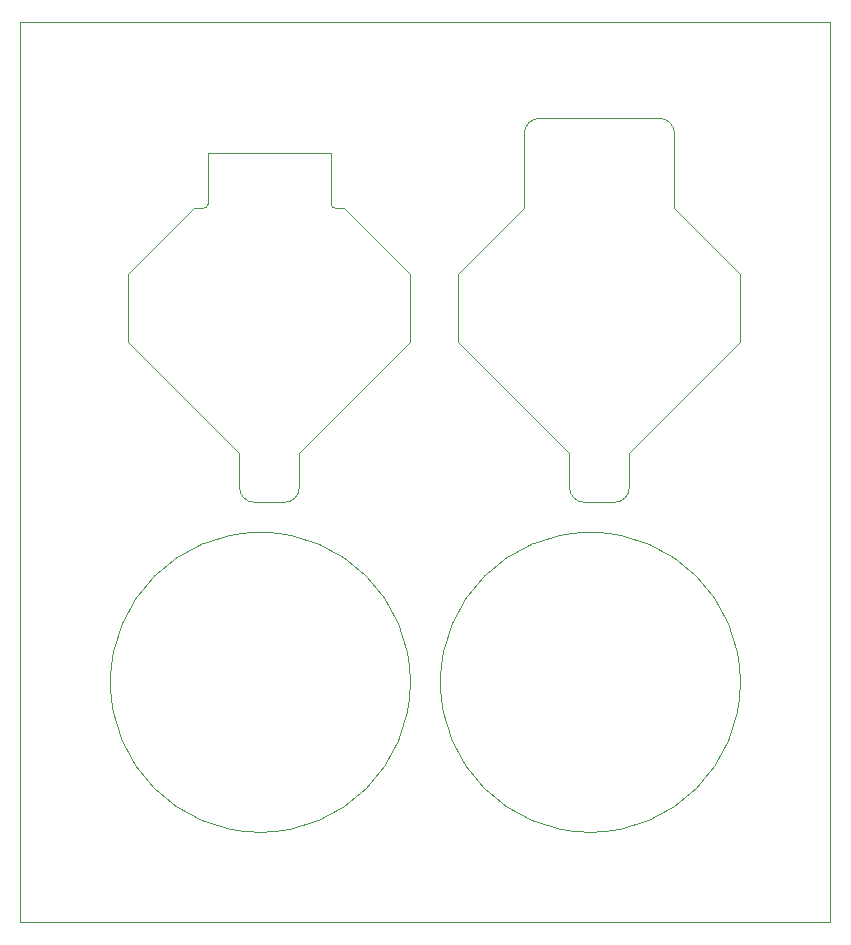
<source format=gko>
G04 Layer_Color=16711935*
%FSLAX25Y25*%
%MOIN*%
G70*
G01*
G75*
%ADD94C,0.00100*%
D94*
X0Y0D02*
Y300000D01*
X270000D01*
Y0D02*
Y300000D01*
X0Y0D02*
X270000D01*
X61000Y238000D02*
G03*
X62500Y239500I0J1500D01*
G01*
X73000Y145000D02*
G03*
X78000Y140000I5000J0D01*
G01*
X88000D02*
G03*
X93000Y145000I0J5000D01*
G01*
X103500Y239500D02*
G03*
X105000Y238000I1500J0D01*
G01*
X61000D02*
X60500D01*
X62500Y239500D02*
Y256600D01*
X60500Y238000D02*
X58000D01*
X108000D02*
X105000D01*
X103500Y239500D02*
Y244500D01*
X80000Y140000D02*
X78000D01*
X73000Y145000D02*
Y147000D01*
X88000Y140000D02*
X86000D01*
X93000Y145000D02*
Y147500D01*
Y156500D01*
X86000Y140000D02*
X80000D01*
X73000Y147000D02*
Y156500D01*
X93000D02*
X130000Y193500D01*
X103500Y244500D02*
Y256600D01*
X62500D01*
X36000Y216000D02*
X58000Y238000D01*
X73000Y156500D02*
X36000Y193500D01*
Y216000D01*
X130000Y193500D02*
Y216000D01*
X108000Y238000D01*
X190000Y130000D02*
G03*
X190000Y130000I0J-50000D01*
G01*
X80000D02*
G03*
X80000Y130000I0J-50000D01*
G01*
X183000Y145000D02*
G03*
X188000Y140000I5000J0D01*
G01*
X198000D02*
G03*
X203000Y145000I0J5000D01*
G01*
X218000Y263000D02*
G03*
X213000Y268000I-5000J0D01*
G01*
X173000D02*
G03*
X168000Y263000I0J-5000D01*
G01*
X146000Y216000D02*
X157000Y227000D01*
X190000Y140000D02*
X188000D01*
X183000Y145000D02*
Y147000D01*
X198000Y140000D02*
X196000D01*
X203000Y145000D02*
Y147500D01*
Y156500D01*
X196000Y140000D02*
X190000D01*
X183000Y147000D02*
Y156500D01*
X203000D02*
X240000Y193500D01*
X183000Y156500D02*
X146000Y193500D01*
Y216000D01*
X240000Y193500D02*
Y216000D01*
X157000Y227000D02*
X168000Y238000D01*
X240000Y216000D02*
X218000Y238000D01*
Y256600D01*
X168000Y238000D02*
Y256600D01*
X213000Y268000D02*
X173000D01*
X218000Y256600D02*
Y263000D01*
X168000Y256600D02*
Y263000D01*
M02*

</source>
